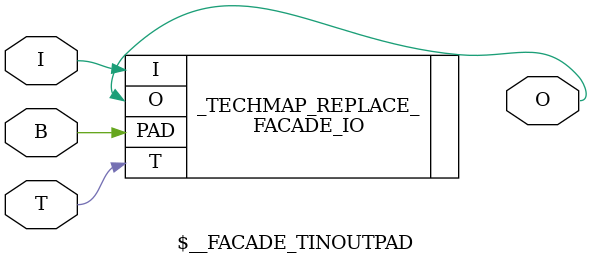
<source format=v>

module \$lut (A, Y);
	parameter WIDTH = 0;
	parameter LUT = 0;
	input [WIDTH-1:0] A;
	output Y;

	localparam rep = 1<<(4-WIDTH);
	wire [3:0] I;

	generate
		if(WIDTH == 1) begin
			assign I = {1'b0, 1'b0, 1'b0, A[0]};
		end else if(WIDTH == 2) begin
			assign I = {1'b0, 1'b0, A[1], A[0]};
		end else if(WIDTH == 3) begin
			assign I = {1'b0, A[2], A[1], A[0]};
		end else if(WIDTH == 4) begin
			assign I = {A[3], A[2], A[1], A[0]};
		end else begin
			wire _TECHMAP_FAIL_ = 1;
		end
	endgenerate

	LUT4 #(.INIT({rep{LUT}})) _TECHMAP_REPLACE_ (.A(I[0]), .B(I[1]), .C(I[2]), .D(I[3]), .Z(Y));
endmodule

// DFFs
module  \$_DFF_P_ (input D, C, output Q); FACADE_FF #(.CEMUX("1"), .CLKMUX("CLK"), .LSRMUX("LSR"), .REGSET("RESET")) _TECHMAP_REPLACE_ (.CLK(C), .LSR(1'b0), .DI(D), .Q(Q)); endmodule

// IO- "$__" cells for the iopadmap pass.
module  \$__FACADE_OUTPAD (input I, output O); FACADE_IO #(.DIR("OUTPUT")) _TECHMAP_REPLACE_ (.PAD(O), .I(I), .T(1'b0)); endmodule
module  \$__FACADE_INPAD (input I, output O); FACADE_IO #(.DIR("INPUT")) _TECHMAP_REPLACE_ (.PAD(I), .O(O)); endmodule
module  \$__FACADE_TOUTPAD (input I, T, output O); FACADE_IO #(.DIR("OUTPUT")) _TECHMAP_REPLACE_ (.PAD(O), .I(I), .T(T)); endmodule
module  \$__FACADE_TINOUTPAD (input I, T, output O, inout B); FACADE_IO #(.DIR("BIDIR")) _TECHMAP_REPLACE_ (.PAD(B), .I(I), .O(O), .T(T)); endmodule

</source>
